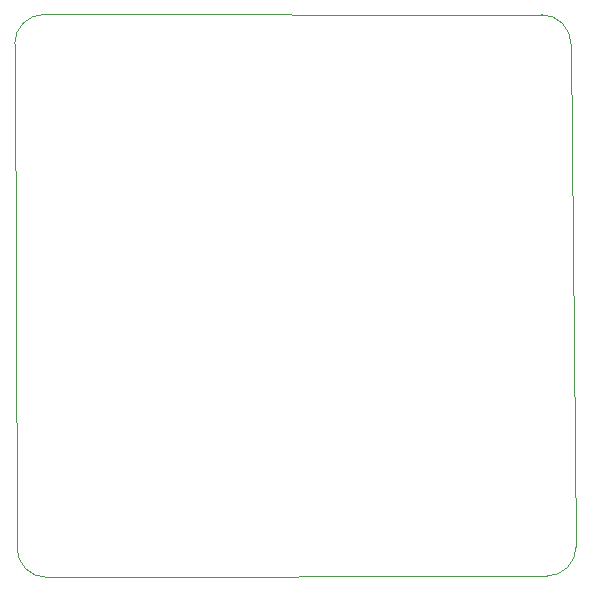
<source format=gbr>
%TF.GenerationSoftware,KiCad,Pcbnew,(6.0.7)*%
%TF.CreationDate,2022-09-05T20:15:19-05:00*%
%TF.ProjectId,SampleTags,53616d70-6c65-4546-9167-732e6b696361,rev?*%
%TF.SameCoordinates,Original*%
%TF.FileFunction,Profile,NP*%
%FSLAX46Y46*%
G04 Gerber Fmt 4.6, Leading zero omitted, Abs format (unit mm)*
G04 Created by KiCad (PCBNEW (6.0.7)) date 2022-09-05 20:15:19*
%MOMM*%
%LPD*%
G01*
G04 APERTURE LIST*
%TA.AperFunction,Profile*%
%ADD10C,0.100000*%
%TD*%
G04 APERTURE END LIST*
D10*
X187749270Y-139489270D02*
X145397130Y-139590870D01*
X145193930Y-91930130D02*
X187317470Y-91955530D01*
X142907930Y-137101670D02*
G75*
G03*
X145397130Y-139590870I2489170J-30D01*
G01*
X187749270Y-139489270D02*
G75*
G03*
X190238470Y-137000070I30J2489170D01*
G01*
X145193930Y-91930130D02*
G75*
G03*
X142704730Y-94419330I-30J-2489170D01*
G01*
X142907930Y-137101670D02*
X142704730Y-94419330D01*
X189806670Y-94444730D02*
X190238470Y-137000070D01*
X189806670Y-94444730D02*
G75*
G03*
X187317470Y-91955530I-2489170J30D01*
G01*
M02*

</source>
